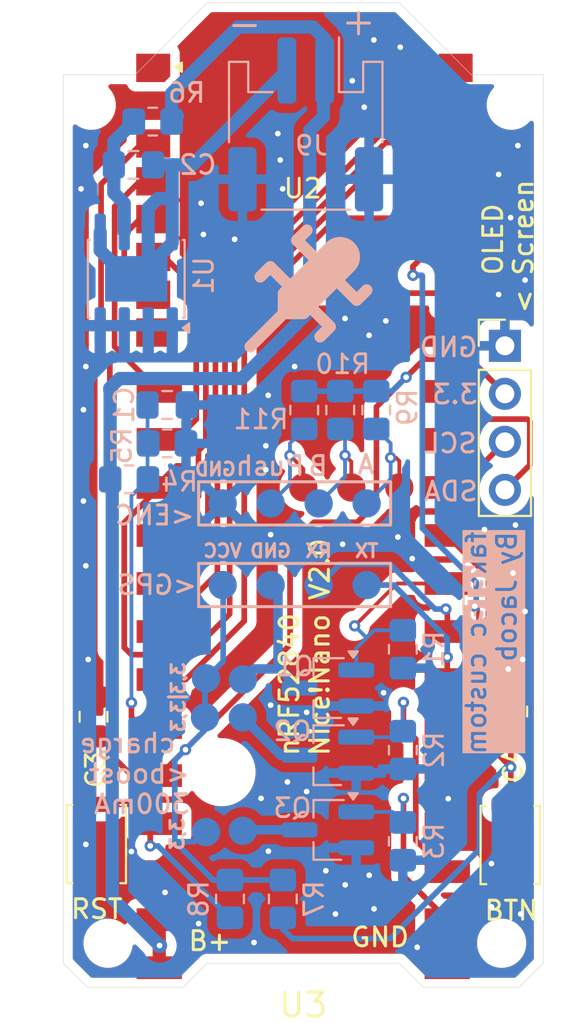
<source format=kicad_pcb>
(kicad_pcb (version 20241229) (generator "pcbnew") (generator_version "9.0")
  (layers (0 "F.Cu" signal) (2 "B.Cu" signal) (13 "F.Paste" user) (15 "B.Paste" user) (5 "F.SilkS" user "F.Silkscreen") (7 "B.SilkS" user "B.Silkscreen") (1 "F.Mask" user) (3 "B.Mask" user) (25 "Edge.Cuts" user))
  (net 0 "")
  (net 1 "/Batt%")
  (net 2 "GND")
  (net 3 "-BATT")
  (net 4 "Net-(U1-VDD)")
  (net 5 "/DIO1")
  (net 6 "/MOSI")
  (net 7 "+BATT")
  (net 8 "/MISO")
  (net 9 "/RST")
  (net 10 "/SCK")
  (net 11 "/CS")
  (net 12 "/BUSY")
  (net 13 "+3.3V")
  (net 14 "/RST_BTN")
  (net 15 "/SCL")
  (net 16 "Net-(J14-Pin_4)")
  (net 17 "/FET1")
  (net 18 "/BTN")
  (net 19 "/FET2")
  (net 20 "/RXEN")
  (net 21 "Net-(J14-Pin_3)")
  (net 22 "/FET3")
  (net 23 "/SDA")
  (net 24 "Net-(J7-Pin_1)")
  (net 25 "Net-(J8-Pin_1)")
  (net 26 "/GPS_GND")
  (net 28 "Net-(U2-DIO2)")
  (net 31 "/ENC_A")
  (net 32 "/ENC_B")
  (net 33 "/ENC_PUSH")
  (footprint "MountingHole:MountingHole_3.2mm_M3" (layer "F.Cu") (at 107.26 67.684)
    (property "Reference" "REF**" (hide yes))
    (property "Value" "MountingHole_3.2mm_M3" (hide yes))
  )
  (footprint "HeltecModule:HT-RA62" (layer "F.Cu") (at 102.643 45.43199)
    (property "Reference" "U2")
    (property "Value" "HT-RA62")
  )
  (footprint "" (layer "F.Cu") (at 101.25199 76.73102)
    (property "Reference" "")
    (property "Value" "")
  )
  (footprint "Connector_PinHeader_2.54mm:PinHeader_1x04_P2.54mm_Vertical" (layer "F.Cu") (at 122.25098 45.13101)
    (property "Reference" "J5" (hide yes))
    (property "Value" "I2C Oled screen")
  )
  (footprint "Button_Switch_SMD:SW_Push_SPST_NO_Alps_SKRK" (layer "F.Cu") (at 100.633 71.484 90)
    (property "Reference" "SW1" (hide yes))
    (property "Value" "Reset")
  )
  (footprint "" (layer "F.Cu") (at 100.36299 32.40793)
    (property "Reference" "")
    (property "Value" "")
  )
  (footprint "Button_Switch_SMD:SW_Push_SPST_NO_Alps_SKRK" (layer "F.Cu") (at 122.533 71.534 90)
    (property "Reference" "SW2" (hide yes))
    (property "Value" "SW_Push")
  )
  (footprint "Capacitor_SMD:C_0805_2012Metric_Pad1.18x1.45mm_HandSolder" (layer "F.Cu") (at 122.691 64.4765 -90)
    (property "Reference" "C4")
    (property "Value" "100nF")
  )
  (footprint "N!ce_Nano:NICE!NANO V2_2 SMD" (layer "F.Cu") (at 111.58298 62.78401 180)
    (property "Reference" "U3")
    (property "Value" "nice!nano v2")
  )
  (footprint "MountingHole:MountingHole_2.2mm_M2" (layer "F.Cu") (at 122.58803 32.40793)
    (property "Reference" "REF**" (hide yes))
    (property "Value" "MountingHole_2.2mm_M2" (hide yes))
  )
  (footprint "Capacitor_SMD:C_0805_2012Metric_Pad1.18x1.45mm_HandSolder" (layer "F.Cu") (at 100.483 64.750342 90)
    (property "Reference" "C3")
    (property "Value" "100nF")
  )
  (footprint "" (layer "F.Cu") (at 122.08003 76.73102)
    (property "Reference" "")
    (property "Value" "")
  )
  (footprint "Resistor_SMD:R_0805_2012Metric_Pad1.20x1.40mm_HandSolder" (layer "B.Cu") (at 116.849 71.34 90)
    (property "Reference" "R3")
    (property "Value" "10k" (hide yes))
  )
  (footprint "SMD_PAD:SMD_PAD_1x04" (layer "B.Cu") (at 107.315 53.467)
    (property "Reference" "J16" (hide yes))
    (property "Value" "Encoder Pads" (hide yes))
  )
  (footprint "Package_SO:SOIC-8-1EP_3.9x4.9mm_P1.27mm_EP2.41x3.3mm" (layer "B.Cu") (at 102.743 41.591 90)
    (property "Reference" "U1")
    (property "Value" "XB8089D0" (hide yes))
  )
  (footprint "SMD_PAD:SMD_PAD_1x01" (layer "B.Cu") (at 106.435 62.72)
    (property "Reference" "J11" (hide yes))
    (property "Value" "FET1 3,3" (hide yes))
  )
  (footprint "Capacitor_SMD:C_0805_2012Metric_Pad1.18x1.45mm_HandSolder" (layer "B.Cu") (at 102.5945 35.56 180)
    (property "Reference" "C2")
    (property "Value" "100nF" (hide yes))
  )
  (footprint "Resistor_SMD:R_0805_2012Metric_Pad1.20x1.40mm_HandSolder" (layer "B.Cu") (at 111.633 48.53 90)
    (property "Reference" "R11")
    (property "Value" "10k" (hide yes))
  )
  (footprint "Resistor_SMD:R_0805_2012Metric_Pad1.20x1.40mm_HandSolder" (layer "B.Cu") (at 110.499 74.388 90)
    (property "Reference" "R7")
    (property "Value" "10k" (hide yes))
  )
  (footprint "Capacitor_SMD:C_0805_2012Metric_Pad1.18x1.45mm_HandSolder" (layer "B.Cu") (at 104.378 48.26)
    (property "Reference" "C1")
    (property "Value" "100nF" (hide yes))
  )
  (footprint "Resistor_SMD:R_0805_2012Metric_Pad1.20x1.40mm_HandSolder" (layer "B.Cu") (at 116.849 66.514 90)
    (property "Reference" "R2")
    (property "Value" "10k" (hide yes))
  )
  (footprint "Resistor_SMD:R_0805_2012Metric_Pad1.20x1.40mm_HandSolder" (layer "B.Cu") (at 113.538 48.53 90)
    (property "Reference" "R10")
    (property "Value" "10k" (hide yes))
  )
  (footprint "Package_TO_SOT_SMD:SOT-23_Handsoldering" (layer "B.Cu") (at 112.883 63.234 180)
    (property "Reference" "Q1")
    (property "Value" "AO3400A" (hide yes))
  )
  (footprint "Connector_JST:JST_PH_S2B-PH-SM4-TB_1x02-1MP_P2.00mm_Horizontal" (layer "B.Cu") (at 111.712 33.422 180)
    (property "Reference" "J9")
    (property "Value" "Battery Connector" (hide yes))
  )
  (footprint "Resistor_SMD:R_0805_2012Metric_Pad1.20x1.40mm_HandSolder" (layer "B.Cu") (at 115.443 48.53 90)
    (property "Reference" "R9")
    (property "Value" "10k" (hide yes))
  )
  (footprint "Package_TO_SOT_SMD:SOT-23_Handsoldering" (layer "B.Cu") (at 112.879546 66.784 180)
    (property "Reference" "Q2")
    (property "Value" "AO3400A" (hide yes))
  )
  (footprint "SMD_PAD:SMD_PAD_1x01" (layer "B.Cu") (at 106.435 70.848)
    (property "Reference" "J13" (hide yes))
    (property "Value" "FET3 3,3" (hide yes))
  )
  (footprint "Resistor_SMD:R_0805_2012Metric_Pad1.20x1.40mm_HandSolder" (layer "B.Cu") (at 116.849 61.18 90)
    (property "Reference" "R1")
    (property "Value" "10k" (hide yes))
  )
  (footprint "SMD_PAD:SMD_PAD_1x01" (layer "B.Cu") (at 108.383 64.784 180)
    (property "Reference" "J7" (hide yes))
    (property "Value" "FET2 Drain" (hide yes))
  )
  (footprint "Resistor_SMD:R_0805_2012Metric_Pad1.20x1.40mm_HandSolder" (layer "B.Cu") (at 102.362 52.197 180)
    (property "Reference" "R4")
    (property "Value" "680K" (hide yes))
  )
  (footprint "Resistor_SMD:R_0805_2012Metric_Pad1.20x1.40mm_HandSolder" (layer "B.Cu") (at 107.705 74.388 -90)
    (property "Reference" "R8")
    (property "Value" "10k" (hide yes))
  )
  (footprint "SMD_PAD:SMD_PAD_1x04" (layer "B.Cu") (at 107.315 57.785)
    (property "Reference" "J14" (hide yes))
    (property "Value" "GPS Pins" (hide yes))
  )
  (footprint "SMD_PAD:SMD_PAD_1x01" (layer "B.Cu") (at 106.383 64.784)
    (property "Reference" "J12" (hide yes))
    (property "Value" "FET2 3,3" (hide yes))
  )
  (footprint "Package_TO_SOT_SMD:SOT-23_Handsoldering" (layer "B.Cu") (at 112.883 70.734 180)
    (property "Reference" "Q3")
    (property "Value" "AO3400A" (hide yes))
  )
  (footprint "Resistor_SMD:R_0805_2012Metric_Pad1.20x1.40mm_HandSolder" (layer "B.Cu") (at 104.378 50.292)
    (property "Reference" "R5")
    (property "Value" "1M" (hide yes))
  )
  (footprint "SMD_PAD:SMD_PAD_1x01" (layer "B.Cu") (at 108.383 70.784 180)
    (property "Reference" "J8" (hide yes))
    (property "Value" "FET3 Drain" (hide yes))
  )
  (footprint "SMD_PAD:SMD_PAD_1x01" (layer "B.Cu") (at 108.383 62.784 180)
    (property "Reference" "J6" (hide yes))
    (property "Value" "FET1 Drain" (hide yes))
  )
  (footprint "Resistor_SMD:R_0805_2012Metric_Pad1.20x1.40mm_HandSolder" (layer "B.Cu") (at 103.616 33.274)
    (property "Reference" "R6")
    (property "Value" "1k" (hide yes))
  )
  (gr_rect (start 106.045 56.642) (end 116.205 58.928) (stroke (width 0.16)) (fill no) (layer "B.SilkS"))
  (gr_poly (pts (xy 115.24462 42.171903) (xy 115.243564 42.157162) (xy 115.241803 42.142475) (xy 115.239338 42.12787) (xy 115.236168 42.113374) (xy 115.232294 42.099016) (xy 115.227716 42.084823) (xy 115.222432 42.07082) (xy 115.216445 42.057037) (xy 115.209752 42.043499) (xy 115.202355 42.030236) (xy 115.194254 42.017273) (xy 115.185448 42.004639) (xy 115.175937 41.992361) (xy 115.165722 41.980466) (xy 115.154802 41.968981) (xy 115.143314 41.958061) (xy 115.131415 41.947846) (xy 115.119134 41.938335) (xy 115.106497 41.929529) (xy 115.093532 41.921428) (xy 115.080267 41.914031) (xy 115.066728 41.907339) (xy 115.052942 41.901351) (xy 115.038938 41.896068) (xy 115.024743 41.891489) (xy 115.010384 41.887615) (xy 114.995888 41.884445) (xy 114.981282 41.88198) (xy 114.966595 41.880219) (xy 114.951853 41.879163) (xy 114.937084 41.878811) (xy 114.922315 41.879164) (xy 114.907573 41.880221) (xy 114.892886 41.881983) (xy 114.878281 41.884449) (xy 114.863785 41.887619) (xy 114.849427 41.891494) (xy 114.835232 41.896073) (xy 114.821229 41.901357) (xy 114.807445 41.907345) (xy 114.793907 41.914037) (xy 114.780642 41.921433) (xy 114.767679 41.929534) (xy 114.755044 41.93834) (xy 114.742764 41.947849) (xy 114.730867 41.958063) (xy 114.719381 41.968981) (xy 114.409348 42.279054) (xy 113.789138 41.658886) (xy 114.275134 41.17285) (xy 114.311418 41.134758) (xy 114.345576 41.095199) (xy 114.377578 41.054245) (xy 114.407394 41.011966) (xy 114.434996 40.968434) (xy 114.460352 40.923721) (xy 114.483434 40.877899) (xy 114.504213 40.831039) (xy 114.522658 40.783212) (xy 114.53874 40.73449) (xy 114.552429 40.684945) (xy 114.563697 40.634649) (xy 114.572513 40.583672) (xy 114.578848 40.532086) (xy 114.582672 40.479963) (xy 114.583956 40.427375) (xy 114.582672 40.374783) (xy 114.578849 40.322656) (xy 114.572515 40.271067) (xy 114.5637 40.220086) (xy 114.552434 40.169786) (xy 114.538745 40.120238) (xy 114.522664 40.071513) (xy 114.50422 40.023683) (xy 114.483443 39.97682) (xy 114.460361 39.930995) (xy 114.435005 39.88628) (xy 114.407403 39.842747) (xy 114.377586 39.800467) (xy 114.345582 39.759511) (xy 114.311422 39.719951) (xy 114.275134 39.681859) (xy 114.235856 39.644527) (xy 114.195162 39.609603) (xy 114.153146 39.577088) (xy 114.109904 39.546981) (xy 114.065529 39.519283) (xy 114.020115 39.493993) (xy 113.973758 39.471112) (xy 113.926551 39.450639) (xy 113.878589 39.432575) (xy 113.829967 39.416919) (xy 113.780778 39.403672) (xy 113.731117 39.392834) (xy 113.681079 39.384404) (xy 113.630758 39.378383) (xy 113.580248 39.37477) (xy 113.529643 39.373566) (xy 113.479039 39.37477) (xy 113.42853 39.378383) (xy 113.378209 39.384404) (xy 113.328172 39.392834) (xy 113.278512 39.403672) (xy 113.229325 39.416919) (xy 113.180704 39.432575) (xy 113.132743 39.450639) (xy 113.085539 39.471112) (xy 113.039184 39.493993) (xy 112.993773 39.519283) (xy 112.9494 39.546981) (xy 112.906161 39.577088) (xy 112.864149 39.609603) (xy 112.823458 39.644527) (xy 112.784184 39.681859) (xy 112.298168 40.167896) (xy 111.67796 39.547728) (xy 111.988032 39.237612) (xy 111.998954 39.226126) (xy 112.009171 39.214229) (xy 112.018684 39.201949) (xy 112.027492 39.189313) (xy 112.035595 39.17635) (xy 112.042994 39.163085) (xy 112.049688 39.149546) (xy 112.055677 39.135762) (xy 112.060962 39.121758) (xy 112.065543 39.107563) (xy 112.069418 39.093204) (xy 112.072589 39.078708) (xy 112.075056 39.064103) (xy 112.076818 39.049416) (xy 112.077875 39.034674) (xy 112.078228 39.019904) (xy 112.077876 39.005135) (xy 112.07682 38.990393) (xy 112.075059 38.975706) (xy 112.072593 38.961101) (xy 112.069423 38.946606) (xy 112.065549 38.932248) (xy 112.06097 38.918053) (xy 112.055686 38.904051) (xy 112.049698 38.890267) (xy 112.043005 38.87673) (xy 112.035608 38.863466) (xy 112.027506 38.850504) (xy 112.018699 38.837869) (xy 112.009188 38.825591) (xy 111.998973 38.813696) (xy 111.988053 38.802211) (xy 111.976567 38.79129) (xy 111.96467 38.781072) (xy 111.952391 38.77156) (xy 111.939756 38.762752) (xy 111.926793 38.754649) (xy 111.913529 38.74725) (xy 111.899992 38.740557) (xy 111.886208 38.734567) (xy 111.872206 38.729283) (xy 111.858014 38.724703) (xy 111.843656 38.720828) (xy 111.829162 38.717658) (xy 111.814558 38.715192) (xy 111.799872 38.713431) (xy 111.785132 38.712375) (xy 111.770364 38.712024) (xy 111.755596 38.712377) (xy 111.740856 38.713435) (xy 111.72617 38.715198) (xy 111.711566 38.717666) (xy 111.697072 38.720838) (xy 111.682714 38.724715) (xy 111.668521 38.729297) (xy 111.654518 38.734584) (xy 111.640735 38.740576) (xy 111.627198 38.747272) (xy 111.613934 38.754674) (xy 111.600971 38.76278) (xy 111.588336 38.771591) (xy 111.576057 38.781106) (xy 111.56416 38.791327) (xy 111.552674 38.802252) (xy 111.024869 39.330057) (xy 111.014341 39.341117) (xy 111.004417 39.352633) (xy 110.995106 39.364583) (xy 110.986419 39.376939) (xy 110.978367 39.389677) (xy 110.97096 39.402772) (xy 110.964209 39.416198) (xy 110.958123 39.42993) (xy 110.952715 39.443943) (xy 110.947993 39.458211) (xy 110.943969 39.472709) (xy 110.940654 39.487412) (xy 110.938056 39.502295) (xy 110.936188 39.517332) (xy 110.93506 39.532498) (xy 110.934681 39.547768) (xy 110.935053 39.56303) (xy 110.936176 39.578189) (xy 110.938041 39.59322) (xy 110.940636 39.608097) (xy 110.943951 39.622795) (xy 110.947975 39.637289) (xy 110.952698 39.651553) (xy 110.958108 39.665562) (xy 110.964195 39.679292) (xy 110.970949 39.692716) (xy 110.978359 39.70581) (xy 110.986413 39.718548) (xy 110.995102 39.730905) (xy 111.004415 39.742856) (xy 111.014341 39.754375) (xy 111.024869 39.765438) (xy 111.862747 40.603317) (xy 110.890695 41.575369) (xy 110.052816 40.73749) (xy 110.041328 40.726575) (xy 110.029429 40.716365) (xy 110.017148 40.706858) (xy 110.004512 40.698055) (xy 109.991547 40.689956) (xy 109.978282 40.682561) (xy 109.964744 40.67587) (xy 109.950959 40.669883) (xy 109.936956 40.6646) (xy 109.922762 40.660021) (xy 109.908403 40.656146) (xy 109.893908 40.652976) (xy 109.879304 40.650509) (xy 109.864617 40.648747) (xy 109.849876 40.647689) (xy 109.835108 40.647336) (xy 109.82034 40.647686) (xy 109.805599 40.648742) (xy 109.790913 40.650501) (xy 109.776309 40.652965) (xy 109.761814 40.656133) (xy 109.747456 40.660006) (xy 109.733262 40.664584) (xy 109.71926 40.669866) (xy 109.705477 40.675852) (xy 109.691939 40.682543) (xy 109.678675 40.689939) (xy 109.665712 40.69804) (xy 109.653077 40.706845) (xy 109.640798 40.716355) (xy 109.628901 40.72657) (xy 109.617415 40.73749) (xy 109.08961 41.265234) (xy 109.07869 41.276724) (xy 109.068474 41.288624) (xy 109.058963 41.300906) (xy 109.050156 41.313544) (xy 109.042053 41.32651) (xy 109.034655 41.339776) (xy 109.027961 41.353315) (xy 109.021971 41.3671) (xy 109.016687 41.381103) (xy 109.012106 41.395298) (xy 109.008231 41.409656) (xy 109.00506 41.424151) (xy 109.002593 41.438754) (xy 109.000831 41.453439) (xy 108.999774 41.468178) (xy 108.999422 41.482944) (xy 108.999774 41.49771) (xy 109.00083 41.512449) (xy 109.002591 41.527133) (xy 109.005056 41.541735) (xy 109.008226 41.556228) (xy 109.0121 41.570584) (xy 109.016678 41.584777) (xy 109.021961 41.598778) (xy 109.027949 41.612561) (xy 109.034641 41.626099) (xy 109.042037 41.639363) (xy 109.050138 41.652327) (xy 109.058944 41.664964) (xy 109.068454 41.677245) (xy 109.078669 41.689145) (xy 109.089589 41.700635) (xy 109.101076 41.711553) (xy 109.112972 41.721767) (xy 109.125252 41.731277) (xy 109.137888 41.740082) (xy 109.150852 41.748184) (xy 109.164117 41.755581) (xy 109.177655 41.762274) (xy 109.19144 41.768262) (xy 109.205443 41.773547) (xy 109.219638 41.778127) (xy 109.233998 41.782003) (xy 109.248493 41.785174) (xy 109.263099 41.787641) (xy 109.277786 41.789404) (xy 109.292528 41.790463) (xy 109.307297 41.790817) (xy 109.322067 41.790467) (xy 109.336808 41.789412) (xy 109.351495 41.787653) (xy 109.3661 41.785189) (xy 109.380596 41.782021) (xy 109.394954 41.778149) (xy 109.409148 41.773572) (xy 109.423151 41.768291) (xy 109.436935 41.762305) (xy 109.450472 41.755614) (xy 109.463736 41.748219) (xy 109.476698 41.74012) (xy 109.489332 41.731315) (xy 109.50161 41.721807) (xy 109.513506 41.711593) (xy 109.52499 41.700675) (xy 109.835085 41.390581) (xy 110.455274 42.01077) (xy 110.321142 42.144901) (xy 110.310614 42.155961) (xy 110.30069 42.167477) (xy 110.29138 42.179427) (xy 110.282695 42.191783) (xy 110.274644 42.204521) (xy 110.267238 42.217615) (xy 110.260488 42.231041) (xy 110.254404 42.244772) (xy 110.248996 42.258783) (xy 110.244275 42.27305) (xy 110.240252 42.287547) (xy 110.236935 42.302248) (xy 110.234337 42.317128) (xy 110.232467 42.332163) (xy 110.231336 42.347326) (xy 110.230954 42.362592) (xy 110.230975 43.2907) (xy 108.561825 44.959767) (xy 108.550905 44.97125) (xy 108.54069 44.983144) (xy 108.53118 44.995423) (xy 108.522374 45.008057) (xy 108.514273 45.02102) (xy 108.506876 45.034285) (xy 108.500185 45.047823) (xy 108.494197 45.061608) (xy 108.488914 45.075611) (xy 108.484336 45.089806) (xy 108.480462 45.104165) (xy 108.477293 45.118661) (xy 108.474827 45.133265) (xy 108.473067 45.147951) (xy 108.47201 45.162691) (xy 108.471658 45.177457) (xy 108.47201 45.192227) (xy 108.473067 45.20697) (xy 108.474827 45.221658) (xy 108.477292 45.236265) (xy 108.480461 45.250762) (xy 108.484335 45.265122) (xy 108.488913 45.279318) (xy 108.494195 45.293322) (xy 108.500181 45.307106) (xy 108.506872 45.320644) (xy 108.514266 45.333907) (xy 108.522366 45.346869) (xy 108.531169 45.359501) (xy 108.540677 45.371777) (xy 108.550889 45.383668) (xy 108.561805 45.395147) (xy 108.573294 45.406069) (xy 108.585192 45.416286) (xy 108.597474 45.425799) (xy 108.61011 45.434607) (xy 108.623075 45.44271) (xy 108.636341 45.450109) (xy 108.64988 45.456803) (xy 108.663665 45.462792) (xy 108.677669 45.468077) (xy 108.691864 45.472657) (xy 108.706224 45.476532) (xy 108.72072 45.479703) (xy 108.735325 45.482169) (xy 108.750012 45.483931) (xy 108.764754 45.484988) (xy 108.779524 45.48534) (xy 108.794293 45.484988) (xy 108.809035 45.483931) (xy 108.823722 45.482169) (xy 108.838327 45.479703) (xy 108.852822 45.476532) (xy 108.867181 45.472657) (xy 108.881375 45.468077) (xy 108.895378 45.462792) (xy 108.909162 45.456803) (xy 108.9227 45.450109) (xy 108.935965 45.44271) (xy 108.948928 45.434607) (xy 108.961564 45.425799) (xy 108.973843 45.416286) (xy 108.98574 45.406069) (xy 108.997226 45.395147) (xy 110.666335 43.726059) (xy 111.594381 43.726059) (xy 111.609647 43.725685) (xy 111.624809 43.724559) (xy 111.639842 43.722694) (xy 111.654722 43.720099) (xy 111.669421 43.716784) (xy 111.683917 43.712762) (xy 111.698182 43.708041) (xy 111.712193 43.702633) (xy 111.725924 43.696547) (xy 111.739349 43.689795) (xy 111.752443 43.682387) (xy 111.765181 43.674333) (xy 111.777539 43.665644) (xy 111.789489 43.656331) (xy 111.801009 43.646403) (xy 111.812071 43.635872) (xy 111.946244 43.501719) (xy 112.566453 44.121908) (xy 112.256358 44.431982) (xy 112.245437 44.443469) (xy 112.23522 44.455366) (xy 112.225708 44.467646) (xy 112.2169 44.480281) (xy 112.208797 44.493245) (xy 112.201399 44.50651) (xy 112.194706 44.520048) (xy 112.188717 44.533833) (xy 112.183433 44.547837) (xy 112.178853 44.562032) (xy 112.174978 44.576391) (xy 112.171808 44.590887) (xy 112.169343 44.605492) (xy 112.167582 44.620179) (xy 112.166525 44.634921) (xy 112.166173 44.64969) (xy 112.166526 44.66446) (xy 112.167583 44.679201) (xy 112.169345 44.693888) (xy 112.171812 44.708493) (xy 112.174983 44.722989) (xy 112.178858 44.737347) (xy 112.183438 44.751541) (xy 112.188723 44.765544) (xy 112.194711 44.779327) (xy 112.201405 44.792865) (xy 112.208803 44.806128) (xy 112.216905 44.819091) (xy 112.225712 44.831725) (xy 112.235223 44.844003) (xy 112.245439 44.855898) (xy 112.256358 44.867383) (xy 112.267845 44.878303) (xy 112.279742 44.888518) (xy 112.292021 44.898029) (xy 112.304657 44.906836) (xy 112.31762 44.914938) (xy 112.330884 44.922335) (xy 112.344422 44.929028) (xy 112.358206 44.935016) (xy 112.372209 44.9403) (xy 112.386404 44.944879) (xy 112.400762 44.948754) (xy 112.415257 44.951924) (xy 112.429862 44.95439) (xy 112.444549 44.956151) (xy 112.45929 44.957208) (xy 112.474059 44.95756) (xy 112.488828 44.957208) (xy 112.503569 44.956151) (xy 112.518256 44.95439) (xy 112.53286 44.951924) (xy 112.547356 44.948754) (xy 112.561714 44.944879) (xy 112.575908 44.9403) (xy 112.589911 44.935016) (xy 112.603695 44.929028) (xy 112.617233 44.922335) (xy 112.630498 44.914938) (xy 112.643461 44.906836) (xy 112.656096 44.898029) (xy 112.668376 44.888518) (xy 112.680273 44.878303) (xy 112.691759 44.867383) (xy 113.219564 44.339578) (xy 113.230092 44.328519) (xy 113.240017 44.317003) (xy 113.249327 44.305055) (xy 113.258014 44.2927) (xy 113.266066 44.279963) (xy 113.273473 44.266871) (xy 113.280225 44.253447) (xy 113.28631 44.239718) (xy 113.291718 44.225708) (xy 113.29644 44.211443) (xy 113.300464 44.196948) (xy 113.30378 44.182248) (xy 113.306377 44.167369) (xy 113.308245 44.152336) (xy 113.309374 44.137174) (xy 113.309752 44.121908) (xy 113.30937 44.106642) (xy 113.308239 44.091479) (xy 113.306369 44.076445) (xy 113.303771 44.061564) (xy 113.300455 44.046863) (xy 113.296431 44.032366) (xy 113.29171 44.018098) (xy 113.286302 44.004086) (xy 113.280218 43.990354) (xy 113.273468 43.976927) (xy 113.266062 43.963831) (xy 113.258011 43.951091) (xy 113.249326 43.938732) (xy 113.240016 43.92678) (xy 113.230092 43.91526) (xy 113.219564 43.904198) (xy 112.381685 43.066298) (xy 113.353738 42.094287) (xy 114.191637 42.932166) (xy 114.2027 42.942693) (xy 114.214219 42.952617) (xy 114.22617 42.961927) (xy 114.238527 42.970612) (xy 114.251266 42.978663) (xy 114.26436 42.986068) (xy 114.277785 42.992817) (xy 114.291515 42.998901) (xy 114.305526 43.004307) (xy 114.319792 43.009027) (xy 114.334287 43.013049) (xy 114.348987 43.016364) (xy 114.363866 43.018959) (xy 114.378899 43.020827) (xy 114.394062 43.021955) (xy 114.409327 43.022333) (xy 114.424601 43.021955) (xy 114.439769 43.020827) (xy 114.454808 43.01896) (xy 114.469692 43.016364) (xy 114.484396 43.01305) (xy 114.498894 43.009028) (xy 114.513163 43.004309) (xy 114.527175 42.998903) (xy 114.540907 42.992821) (xy 114.554334 42.986073) (xy 114.567429 42.978669) (xy 114.580168 42.970621) (xy 114.592525 42.961938) (xy 114.604477 42.95263) (xy 114.615996 42.94271) (xy 114.627059 42.932186) (xy 115.154802 42.404381) (xy 115.16572 42.392894) (xy 115.175934 42.380997) (xy 115.185444 42.368717) (xy 115.194249 42.356082) (xy 115.20235 42.343118) (xy 115.209746 42.329853) (xy 115.216439 42.316315) (xy 115.222427 42.30253) (xy 115.22771 42.288526) (xy 115.232289 42.274331) (xy 115.236164 42.259972) (xy 115.239334 42.245476) (xy 115.2418 42.230871) (xy 115.243562 42.216184) (xy 115.244619 42.201442) (xy 115.244972 42.186673)) (fill yes) (layer "B.SilkS"))
  (gr_rect (start 106.045 52.324) (end 116.205 54.61) (stroke (width 0.16)) (fill no) (layer "B.SilkS"))
  (gr_line (start 120.473 30.794) (end 124.283 30.794) (stroke (width 0.0254)) (layer "Edge.Cuts"))
  (gr_line (start 124.283 30.794) (end 124.283 77.784) (stroke (width 0.0254)) (layer "Edge.Cuts"))
  (gr_line (start 117.933 79.054) (end 116.663 77.784) (stroke (width 0.0254)) (layer "Edge.Cuts"))
  (gr_line (start 123.013 79.054) (end 117.933 79.054) (stroke (width 0.0254)) (layer "Edge.Cuts"))
  (gr_line (start 124.283 77.784) (end 123.013 79.054) (stroke (width 0.0254)) (layer "Edge.Cuts"))
  (gr_line (start 100.153 79.054) (end 98.883 77.784) (stroke (width 0.0254)) (layer "Edge.Cuts"))
  (gr_line (start 106.503 26.984) (end 116.663 26.984) (stroke (width 0.0254)) (layer "Edge.Cuts"))
  (gr_line (start 116.663 77.784) (end 106.503 77.784) (stroke (width 0.0254)) (layer "Edge.Cuts"))
  (gr_line (start 105.233 79.054) (end 100.153 79.054) (stroke (width 0.0254)) (layer "Edge.Cuts"))
  (gr_line (start 98.883 30.794) (end 102.693 30.794) (stroke (width 0.0254)) (layer "Edge.Cuts"))
  (gr_line (start 98.883 77.784) (end 98.883 30.794) (stroke (width 0.0254)) (layer "Edge.Cuts"))
  (gr_line (start 102.693 30.794) (end 106.503 26.984) (stroke (width 0.0254)) (layer "Edge.Cuts"))
  (gr_line (start 106.503 77.784) (end 105.233 79.054) (stroke (width 0.0254)) (layer "Edge.Cuts"))
  (gr_line (start 116.663 26.984) (end 120.473 30.794) (stroke (width 0.0254)) (layer "Edge.Cuts"))
  (gr_text "  OLED \n< Screen" (at 122.428 39.878 90) (layer "F.SilkS") (effects (font (size 1 1) (thickness 0.16))))
  (gr_text "B+" (at 105.419 77.198 0) (layer "F.SilkS") (effects (font (size 1 1) (thickness 0.16)) (justify left bottom)))
  (gr_text "nRF52840\nNice!Nano V2.0" (at 113.039 66.911 90) (layer "F.SilkS") (effects (font (size 1 1) (thickness 0.16)) (justify left bottom)))
  (gr_text "BTN" (at 121.083 75.584 0) (layer "F.SilkS") (effects (font (size 1 1) (thickness 0.16)) (justify left bottom)))
  (gr_text "RST" (at 99.193707 75.508262 0) (layer "F.SilkS") (effects (font (size 1 1) (thickness 0.16)) (justify left bottom)))
  (gr_text "GND" (at 114.019 76.998 0) (layer "F.SilkS") (effects (font (size 1 1) (thickness 0.16)) (justify left bottom)))
  (gr_text "3,3" (at 105.383 63.784 90) (layer "B.SilkS") (effects (font (size 0.7 0.7) (thickness 0.16)) (justify left bottom mirror)))
  (gr_text "3,3" (at 105.321957 70.027383 90) (layer "B.SilkS") (effects (font (size 0.7 0.7) (thickness 0.16)) (justify left bottom mirror)))
  (gr_text "SCL" (at 120.85 50.292 0) (layer "B.SilkS") (effects (font (size 1 1) (thickness 0.16)) (justify left mirror)))
  (gr_text "<GPS" (at 106.045 57.785 0) (layer "B.SilkS") (effects (font (size 1 1) (thickness 0.16)) (justify left mirror)))
  (gr_text "A" (at 114.904 51.996 0) (layer "B.SilkS") (effects (font (size 1 1) (thickness 0.16)) (justify bottom mirror)))
  (gr_text " charge\n<boost\n300mA" (at 105.673 69.959 0) (layer "B.SilkS") (effects (font (size 1 1) (thickness 0.16)) (justify left bottom mirror)))
  (gr_text "3,3" (at 105.383 61.784 90) (layer "B.SilkS") (effects (font (size 0.7 0.7) (thickness 0.16)) (justify left bottom mirror)))
  (gr_text "+" (at 113.472 28.822 0) (layer "B.SilkS") (effects (font (size 1.5 1.5) (thickness 0.16) (bold yes)) (justify left bottom)))
  (gr_text "fakeTec custom\nBy Jacob" (at 122.936 54.864 90) (layer "B.SilkS" knockout) (effects (font (size 1 1) (thickness 0.16)) (justify left bottom mirror)))
  (gr_text "TX" (at 114.935 56.388 0) (layer "B.SilkS") (effects (font (size 0.7 0.7) (thickness 0.16)) (justify bottom mirror)))
  (gr_text "|" (at 105.302794 63.263059 90) (layer "B.SilkS") (effects (font (size 0.7 0.7) (thickness 0.16)) (justify left bottom mirror)))
  (gr_text "<ENC" (at 105.918 54.102 0) (layer "B.SilkS") (effects (font (size 1 1) (thickness 0.16)) (justify left mirror)))
  (gr_text "RX" (at 112.395 56.388 0) (layer "B.SilkS") (effects (font (size 0.7 0.7) (thickness 0.16)) (justify bottom mirror)))
  (gr_text "GND" (at 109.855 56.388 0) (layer "B.SilkS") (effects (font (size 0.7 0.7) (thickness 0.16)) (justify bottom mirror)))
  (gr_text "GND\n" (at 120.9 45.212 0) (layer "B.SilkS") (effects (font (size 1 1) (thickness 0.16)) (justify left mirror)))
  (gr_text "3.3" (at 120.904 47.7 0) (layer "B.SilkS") (effects (font (size 1 1) (thickness 0.16)) (justify left mirror)))
  (gr_text "Push\n" (at 109.822 52.07 0) (layer "B.SilkS") (effects (font (size 1 1) (thickness 0.16)) (justify bottom mirror)))
  (gr_text "VCC\n" (at 107.315 56.388 0) (layer "B.SilkS") (effects (font (size 0.7 0.7) (thickness 0.16)) (justify bottom mirror)))
  (gr_text "GND" (at 106.934 52.07 0) (layer "B.SilkS") (effects (font (size 0.7 0.7) (thickness 0.16)) (justify bottom mirror)))
  (gr_text "B" (at 112.362 52.07 0) (layer "B.SilkS") (effects (font (size 1 1) (thickness 0.16)) (justify bottom mirror)))
  (gr_text "SDA" (at 120.904 52.832 0) (layer "B.SilkS") (effects (font (size 1 1) (thickness 0.16)) (justify left mirror)))
  (gr_text "-" (at 107.442 28.956 0) (layer "B.SilkS") (effects (font (size 1.5 1.5) (thickness 0.16) (bold yes)) (justify left bottom)))
  (segment (start 102.489 64.008) (end 102.489 64.77) (width 0.3) (layer "F.Cu") (net 1))
  (segment (start 102.489 64.77) (end 103.04301 65.32401) (width 0.3) (layer "F.Cu") (net 1))
  (segment (start 103.04301 65.32401) (end 103.96298 65.32401) (width 0.3) (layer "F.Cu") (net 1))
  (via (at 102.489 64.008) (size 0.6) (drill 0.3) (layers "F.Cu" "B.Cu") (net 1))
  (segment (start 103.3405 48.26) (end 103.3405 52.1755) (width 0.2) (layer "B.Cu") (net 1))
  (segment (start 102.489 53.07) (end 103.362 52.197) (width 0.2) (layer "B.Cu") (net 1))
  (segment (start 102.489 64.008) (end 102.489 53.07) (width 0.2) (layer "B.Cu") (net 1))
  (segment (start 103.3405 52.1755) (end 103.362 52.197) (width 0.2) (layer "B.Cu") (net 1))
  (via (at 110.744 68.199) (size 0.6) (drill 0.3) (layers "F.Cu" "B.Cu") (net 2))
  (via (at 115.316 28.956) (size 0.6) (drill 0.3) (layers "F.Cu" "B.Cu") (net 2))
  (via (at 119.253 69.088) (size 0.6) (drill 0.3) (layers "F.Cu" "B.Cu") (net 2))
  (via (at 114.173 31.115) (size 0.6) (drill 0.3) (layers "F.Cu" "B.Cu") (net 2))
  (via (at 99.949 53.34) (size 0.6) (drill 0.3) (layers "F.Cu" "B.Cu") (net 2))
  (via (at 110.363 35.306) (size 0.6) (drill 0.3) (layers "F.Cu" "B.Cu") (net 2))
  (via (at 122.682 57.15) (size 0.6) (drill 0.3) (layers "F.Cu" "B.Cu") (net 2))
  (via (at 123.317 41.656) (size 0.6) (drill 0.3) (layers "F.Cu" "B.Cu") (net 2))
  (via (at 115.325 74.912) (size 0.6) (drill 0.3) (layers "F.Cu" "B.Cu") (net 2))
  (via (at 113.284 75.184) (size 0.6) (drill 0.3) (layers "F.Cu" "B.Cu") (net 2))
  (via (at 110.236 33.909) (size 0.6) (drill 0.3) (layers "F.Cu" "B.Cu") (net 2))
  (via (at 115.833 63.482) (size 0.6) (drill 0.3) (layers "F.Cu" "B.Cu") (net 2))
  (via (at 116.713 29.337) (size 0.6) (drill 0.3) (layers "F.Cu" "B.Cu") (net 2))
  (via (at 112.776 72.898) (size 0.6) (drill 0.3) (layers "F.Cu" "B.Cu") (net 2))
  (via (at 111.125 46.228) (size 0.6) (drill 0.3) (layers "F.Cu" "B.Cu") (net 2))
  (via (at 122.555 38.354) (size 0.6) (drill 0.3) (layers "F.Cu" "B.Cu") (net 2))
  (via (at 100.076 71.501) (size 0.6) (drill 0.3) (layers "F.Cu" "B.Cu") (net 2))
  (via (at 114.808 32.512) (size 0.6) (drill 0.3) (layers "F.Cu" "B.Cu") (net 2))
  (via (at 123.317 59.182) (size 0.6) (drill 0.3) (layers "F.Cu" "B.Cu") (net 2))
  (via (at 108.975 76.69) (size 0.6) (drill 0.3) (layers "F.Cu" "B.Cu") (net 2))
  (via (at 110.49 36.83) (size 0.6) (drill 0.3) (layers "F.Cu" "B.Cu") (net 2))
  (via (at 117.611 76.944) (size 0.6) (drill 0.3) (layers "F.Cu" "B.Cu") (net 2))
  (via (at 121.167 54.846) (size 0.6) (drill 0.3) (layers "F.Cu" "B.Cu") (net 2))
  (via (at 121.539 74.803) (size 0.6) (drill 0.3) (layers "F.Cu" "B.Cu") (net 2))
  (via (at 109.601 50.419) (size 0.6) (drill 0.3) (layers "F.Cu" "B.Cu") (net 2))
  (via (at 109.855 64.135) (size 0.6) (drill 0.3) (layers "F.Cu" "B.Cu") (net 2))
  (via (at 106.172 37.592) (size 0.6) (drill 0.3) (layers "F.Cu" "B.Cu") (net 2))
  (via (at 123.19 61.722) (size 0.6) (drill 0.3) (layers "F.Cu" "B.Cu") (net 2))
  (via (at 106.299 39.243) (size 0.6) (drill 0.3) (layers "F.Cu" "B.Cu") (net 2))
  (via (at 107.95 39.497) (size 0.6) (drill 0.3) (layers "F.Cu" "B.Cu") (net 2))
  (via (at 104.267 74.041) (size 0.6) (drill 0.3) (layers "F.Cu" "B.Cu") (net 2))
  (via (at 122.936 34.544) (size 0.6) (drill 0.3) (layers "F.Cu" "B.Cu") (net 2))
  (via (at 113.665 55.626) (size 0.6) (drill 0.3) (layers "F.Cu" "B.Cu") (net 2))
  (via (at 109.347 69.07) (size 0.6) (drill 0.3) (layers "F.Cu" "B.Cu") (net 2))
  (via (at 100.076 34.544) (size 0.6) (drill 0.3) (layers "F.Cu" "B.Cu") (net 2))
  (via (at 121.92 36.068) (size 0.6) (drill 0.3) (layers "F.Cu" "B.Cu") (net 2))
  (via (at 99.822 36.83) (size 0.6) (drill 0.3) (layers "F.Cu" "B.Cu") (net 2))
  (via (at 100.076 56.769) (size 0.6) (drill 0.3) (layers "F.Cu" "B.Cu") (net 2))
  (via (at 109.601 51.689) (size 0.6) (drill 0.3) (layers "F.Cu" "B.Cu") (net 2))
  (via (at 115.071 73.134) (size 0.6) (drill 0.3) (layers "F.Cu" "B.Cu") (net 2))
  (via (at 122.809 54.61) (size 0.6) (drill 0.3) (layers "F.Cu" "B.Cu") (net 2))
  (via (at 111.76 68.707) (size 0.6) (drill 0.3) (layers "F.Cu" "B.Cu") (net 2))
  (via (at 111.76 64.516) (size 0.6) (drill 0.3) (layers "F.Cu" "B.Cu") (net 2))
  (via (at 121.539 72.517) (size 0.6) (drill 0.3) (layers "F.Cu" "B.Cu") (net 2))
  (via (at 100.076 46.228) (size 0.6) (drill 0.3) (layers "F.Cu" "B.Cu") (net 2))
  (via (at 109.728 47.752) (size 0.6) (drill 0.3) (layers "F.Cu" "B.Cu") (net 2))
  (via (at 115.951 43.815) (size 0.6) (drill 0.3) (layers "F.Cu" "B.Cu") (net 2))
  (via (at 113.801 73.642) (size 0.6) (drill 0.3) (layers "F.Cu" "B.Cu") (net 2))
  (via (at 102.489 71.882) (size 0.6) (drill 0.3) (layers "F.Cu" "B.Cu") (net 2))
  (via (at 106.045 75.692) (size 0.6) (drill 0.3) (layers "F.Cu" "B.Cu") (net 2))
  (via (at 99.949 48.514) (size 0.6) (drill 0.3) (layers "F.Cu" "B.Cu") (net 2))
  (via (at 109.855 55.118) (size 0.6) (drill 0.3) (layers "F.Cu" "B.Cu") (net 2))
  (via (at 121.92 42.418) (size 0.6) (drill 0.3) (layers "F.Cu" "B.Cu") (net 2))
  (via (at 123.083 75.184) (size 0.6) (drill 0.3) (layers "F.Cu" "B.Cu") (net 2))
  (via (at 113.792 43.688) (size 0.6) (drill 0.3) (layers "F.Cu" "B.Cu") (net 2))
  (via (at 117.348 56.388) (size 0.6) (drill 0.3) (layers "F.Cu" "B.Cu") (net 2))
  (via (at 109.737 71.864) (size 0.6) (drill 0.3) (layers "F.Cu" "B.Cu") (net 2))
  (via (at 116.586 55.245) (size 0.6) (drill 0.3) (layers "F.Cu" "B.Cu") (net 2))
  (via (at 100.203 61.722) (size 0.6) (drill 0.3) (layers "F.Cu" "B.Cu") (net 2))
  (via (at 122.428 62.23) (size 0.6) (drill 0.3) (layers "F.Cu" "B.Cu") (net 2))
  (via (at 115.062 44.577) (size 0.6) (drill 0.3) (layers "F.Cu" "B.Cu") (net 2))
  (segment (start 104.648 37.338) (end 104.648 35.56) (width 0.7) (layer "B.Cu") (net 3))
  (segment (start 103.378 37.846) (end 103.886 37.338) (width 0.7) (layer "B.Cu") (net 3))
  (segment (start 100.838 40.090999) (end 102.338001 41.591) (width 0.7) (layer "B.Cu") (net 3))
  (segment (start 104.648 39.686) (end 102.743 41.591) (width 0.7) (layer "B.Cu") (net 3))
  (segment (start 102.743 41.591) (end 103.378 40.956) (width 0.7) (layer "B.Cu") (net 3))
  (segment (start 104.648 39.116) (end 104.648 39.686) (width 0.7) (layer "B.Cu") (net 3))
  (segment (start 103.886 37.338) (end 104.648 37.338) (width 0.7) (layer "B.Cu") (net 3))
  (segment (start 110.712 30.572) (end 105.724 35.56) (width 0.7) (layer "B.Cu") (net 3))
  (segment (start 104.648 35.56) (end 103.632 35.56) (width 0.7) (layer "B.Cu") (net 3))
  (segment (start 103.378 39.116) (end 103.378 37.846) (width 0.7) (layer "B.Cu") (net 3))
  (segment (start 103.378 40.956) (end 103.378 39.116) (width 0.7) (layer "B.Cu") (net 3))
  (segment (start 102.338001 41.591) (end 102.743 41.591) (width 0.7) (layer "B.Cu") (net 3))
  (segment (start 100.838 39.116) (end 100.838 40.090999) (width 0.7) (layer "B.Cu") (net 3))
  (segment (start 104.648 39.116) (end 104.648 37.338) (width 0.7) (layer "B.Cu") (net 3))
  (segment (start 105.724 35.56) (end 104.648 35.56) (width 0.7) (layer "B.Cu") (net 3))
  (segment (start 102.108 39.116) (end 102.108 37.592) (width 0.7) (layer "B.Cu") (net 4))
  (segment (start 101.557 37.041) (end 101.557 35.56) (width 0.7) (layer "B.Cu") (net 4))
  (segment (start 101.557 35.56) (end 101.557 34.333) (width 0.7) (layer "B.Cu") (net 4))
  (segment (start 102.108 37.592) (end 101.557 37.041) (width 0.7) (layer "B.Cu") (net 4))
  (segment (start 101.557 34.333) (end 102.616 33.274) (width 0.7) (layer "B.Cu") (net 4))
  (segment (start 103.583 40.384) (end 104.183 40.384) (width 0.3) (layer "F.Cu") (net 5))
  (segment (start 104.85599 50.08401) (end 103.96298 50.08401) (width 0.3) (layer "F.Cu") (net 5))
  (segment (start 105.918 42.119) (end 105.918 49.022) (width 0.3) (layer "F.Cu") (net 5))
  (segment (start 105.918 49.022) (end 104.85599 50.08401) (width 0.3) (layer "F.Cu") (net 5))
  (segment (start 104.183 40.384) (end 105.918 42.119) (width 0.3) (layer "F.Cu") (net 5))
  (segment (start 106.934 43.390106) (end 115.940106 34.384) (width 0.3) (layer "F.Cu") (net 6))
  (segment (start 115.940106 34.384) (end 119.583 34.384) (width 0.3) (layer "F.Cu") (net 6))
  (segment (start 103.96298 57.70401) (end 106.536553 55.130437) (width 0.3) (layer "F.Cu") (net 6))
  (segment (start 106.934 50.546) (end 106.934 43.390106) (width 0.3) (layer "F.Cu") (net 6))
  (segment (start 106.536553 55.130437) (end 106.536553 50.943447) (width 0.3) (layer "F.Cu") (net 6))
  (segment (start 106.536553 50.943447) (end 106.934 50.546) (width 0.3) (layer "F.Cu") (net 6))
  (segment (start 103.95968 75.48731) (end 103.96298 75.48401) (width 0.7) (layer "F.Cu") (net 7))
  (segment (start 104.073 77.91399) (end 103.96298 78.02401) (width 0.3) (layer "F.Cu") (net 7))
  (segment (start 103.95968 78.02401) (end 103.95968 75.48731) (width 0.7) (layer "F.Cu") (net 7))
  (via (at 103.9795 76.8505) (size 0.8) (drill 0.3) (layers "F.Cu" "B.Cu") (net 7))
  (segment (start 104.616 33.274) (end 104.616 31.782) (width 0.7) (layer "B.Cu") (net 7))
  (segment (start 112.091 28.271) (end 112.712 28.892) (width 0.7) (layer "B.Cu") (net 7))
  (segment (start 104.616 31.782) (end 108.127 28.271) (width 0.7) (layer "B.Cu") (net 7))
  (segment (start 101.362 52.197) (end 101.473 52.308) (width 0.7) (layer "B.Cu") (net 7))
  (segment (start 101.473 52.308) (end 101.473 74.344) (width 0.7) (layer "B.Cu") (net 7))
  (segment (start 111.925 33.744) (end 112.649 33.02) (width 0.7) (layer "B.Cu") (net 7))
  (segment (start 108.331 46.863) (end 111.925 43.269) (width 0.7) (layer "B.Cu") (net 7))
  (segment (start 101.362 47.514) (end 101.346 47.498) (width 0.7) (layer "B.Cu") (net 7))
  (segment (start 111.925 43.269) (end 111.925 33.744) (width 0.7) (layer "B.Cu") (net 7))
  (segment (start 104.616 33.274) (end 104.927 32.963) (width 0.7) (layer "B.Cu") (net 7))
  (segment (start 101.346 47.371) (end 101.854 46.863) (width 0.7) (layer "B.Cu") (net 7))
  (segment (start 101.473 74.344) (end 103.9795 76.8505) (width 0.7) (layer "B.Cu") (net 7))
  (segment (start 112.649 33.02) (end 112.649 30.635) (width 0.7) (layer "B.Cu") (net 7))
  (segment (start 108.127 28.271) (end 112.091 28.271) (width 0.7) (layer "B.Cu") (net 7))
  (segment (start 101.362 52.197) (end 101.362 47.514) (width 0.7) (layer "B.Cu") (net 7))
  (segment (start 101.346 47.498) (end 101.346 47.371) (width 0.7) (layer "B.Cu") (net 7))
  (segment (start 112.649 30.635) (end 112.712 30.572) (width 0.7) (layer "B.Cu") (net 7))
  (segment (start 101.854 46.863) (end 108.331 46.863) (width 0.7) (layer "B.Cu") (net 7))
  (segment (start 112.712 28.892) (end 112.712 30.572) (width 0.7) (layer "B.Cu") (net 7))
  (segment (start 112.744 31.528) (end 112.744 29.464) (width 0.7) (layer "B.Cu") (net 7))
  (segment (start 114.647212 36.384) (end 119.583 36.384) (width 0.3) (layer "F.Cu") (net 8))
  (segment (start 107.036553 57.170437) (end 107.036553 51.205447) (width 0.3) (layer "F.Cu") (net 8))
  (segment (start 107.036553 51.205447) (end 107.442 50.8) (width 0.3) (layer "F.Cu") (net 8))
  (segment (start 107.442 50.8) (end 107.442 43.589212) (width 0.3) (layer "F.Cu") (net 8))
  (segment (start 103.96298 60.24401) (end 107.036553 57.170437) (width 0.3) (layer "F.Cu") (net 8))
  (segment (start 107.442 43.589212) (end 114.647212 36.384) (width 0.3) (layer "F.Cu") (net 8))
  (segment (start 101.6 45.18103) (end 103.96298 47.54401) (width 0.3) (layer "F.Cu") (net 9))
  (segment (start 101.6 37.767) (end 101.6 45.18103) (width 0.3) (layer "F.Cu") (net 9))
  (segment (start 103.583 36.384) (end 102.983 36.384) (width 0.3) (layer "F.Cu") (net 9))
  (segment (start 102.983 36.384) (end 101.6 37.767) (width 0.3) (layer "F.Cu") (net 9))
  (segment (start 105.537 61.468) (end 102.489 61.468) (width 0.3) (layer "F.Cu") (net 10))
  (segment (start 105.386553 51.484) (end 104.883 51.484) (width 0.3) (layer "F.Cu") (net 10))
  (segment (start 119.583 38.384) (end 113.354318 38.384) (width 0.3) (layer "F.Cu") (net 10))
  (segment (start 102.108 61.087) (end 102.108 54.47899) (width 0.3) (layer "F.Cu") (net 10))
  (segment (start 107.95 51.220553) (end 107.686553 51.484) (width 0.3) (layer "F.Cu") (net 10))
  (segment (start 113.354318 38.384) (end 107.95 43.788318) (width 0.3) (layer "F.Cu") (net 10))
  (segment (start 107.95 43.788318) (end 107.95 51.220553) (width 0.3) (layer "F.Cu") (net 10))
  (segment (start 102.108 54.47899) (end 103.96298 52.62401) (width 0.3) (layer "F.Cu") (net 10))
  (segment (start 107.686553 51.484) (end 107.686553 59.318447) (width 0.3) (layer "F.Cu") (net 10))
  (segment (start 102.489 61.468) (end 102.108 61.087) (width 0.3) (layer "F.Cu") (net 10))
  (segment (start 103.96298 52.40402) (end 103.96298 52.62401) (width 0.3) (layer "F.Cu") (net 10))
  (segment (start 104.883 51.484) (end 103.96298 52.40402) (width 0.3) (layer "F.Cu") (net 10))
  (segment (start 107.686553 59.318447) (end 105.537 61.468) (width 0.3) (layer "F.Cu") (net 10))
  (segment (start 119.583 32.384) (end 118.983 32.384) (width 0.2) (layer "F.Cu") (net 11))
  (segment (start 103.96298 55.16401) (end 106.036553 53.090437) (width 0.3) (layer "F.Cu") (net 11))
  (segment (start 106.426 43.190999) (end 117.232999 32.384) (width 0.3) (layer "F.Cu") (net 11))
  (segment (start 106.426 50.292) (end 106.426 43.190999) (width 0.3) (layer "F.Cu") (net 11))
  (segment (start 106.036553 50.681447) (end 106.426 50.292) (width 0.3) (layer "F.Cu") (net 11))
  (segment (start 106.036553 53.090437) (end 106.036553 50.681447) (width 0.3) (layer "F.Cu") (net 11))
  (segment (start 117.232999 32.384) (end 119.583 32.384) (width 0.3) (layer "F.Cu") (net 11))
  (segment (start 110.097212 42.348212) (end 119.547212 42.348212) (width 0.3) (layer "F.Cu") (net 12))
  (segment (start 108.458 59.69) (end 108.458 43.987424) (width 0.3) (layer "F.Cu") (net 12))
  (segment (start 119.547212 42.348212) (end 119.583 42.384) (width 0.3) (layer "F.Cu") (net 12))
  (segment (start 108.458 43.987424) (end 110.097212 42.348212) (width 0.3) (layer "F.Cu") (net 12))
  (segment (start 103.96298 62.78401) (end 105.36399 62.78401) (width 0.3) (layer "F.Cu") (net 12))
  (segment (start 105.36399 62.78401) (end 108.458 59.69) (width 0.3) (layer "F.Cu") (net 12))
  (segment (start 102.51301 67.86401) (end 103.96298 67.86401) (width 0.3) (layer "F.Cu") (net 13))
  (segment (start 115.452 48.365) (end 117.024 46.793) (width 0.3) (layer "F.Cu") (net 13))
  (segment (start 100.883 45.511) (end 101.346 45.974) (width 0.3) (layer "F.Cu") (net 13))
  (segment (start 110.883 55.732) (end 112.15 54.465) (width 0.3) (layer "F.Cu") (net 13))
  (segment (start 103.96298 67.86401) (end 110.883 60.94399) (width 0.3) (layer "F.Cu") (net 13))
  (segment (start 103.083 34.384) (end 100.883 36.584) (width 0.3) (layer "F.Cu") (net 13))
  (segment (start 101.659 61.527) (end 101.659 67.01) (width 0.3) (layer "F.Cu") (net 13))
  (segment (start 100.883 36.584) (end 100.883 45.511) (width 0.3) (layer "F.Cu") (net 13))
  (segment (start 117.983 45.834) (end 120.41397 45.834) (width 0.3) (layer "F.Cu") (net 13))
  (segment (start 101.346 45.974) (end 101.346 61.214) (width 0.3) (layer "F.Cu") (net 13))
  (segment (start 120.41397 45.834) (end 122.25098 47.67101) (width 0.3) (layer "F.Cu") (net 13))
  (segment (start 110.883 60.94399) (end 110.883 55.732) (width 0.3) (layer "F.Cu") (net 13))
  (segment (start 112.15 54.465) (end 114.436 54.465) (width 0.3) (layer "F.Cu") (net 13))
  (segment (start 114.436 54.465) (end 115.452 53.449) (width 0.3) (layer "F.Cu") (net 13))
  (segment (start 101.346 61.214) (end 101.659 61.527) (width 0.3) (layer "F.Cu") (net 13))
  (segment (start 103.583 34.384) (end 103.083 34.384) (width 0.3) (layer "F.Cu") (net 13))
  (segment (start 115.452 53.449) (end 115.452 48.365) (width 0.3) (layer "F.Cu") (net 13))
  (segment (start 101.659 67.01) (end 102.51301 67.86401) (width 0.3) (layer "F.Cu") (net 13))
  (segment (start 117.024 46.793) (end 117.983 45.834) (width 0.3) (layer "F.Cu") (net 13))
  (via (at 117.024 46.793) (size 0.6) (drill 0.3) (layers "F.Cu" "B.Cu") (net 13))
  (via (at 105.348439 66.494629) (size 0.6) (drill 0.3) (layers "F.Cu" "B.Cu") (net 13))
  (segment (start 105.348439 66.494629) (end 105.332361 66.494629) (width 0.3) (layer "B.Cu") (net 13))
  (segment (start 116.287 47.53) (end 117.024 46.793) (width 0.3) (layer "B.Cu") (net 13))
  (segment (start 105.348439 66.494629) (end 105.348439 66.478551) (width 0.3) (layer "B.Cu") (net 13))
  (segment (start 107.343 61.824) (end 106.383 62.784) (width 0.3) (layer "B.Cu") (net 13))
  (segment (start 104.783 67.04399) (end 104.783 71.359) (width 0.3) (layer "B.Cu") (net 13))
  (segment (start 105.808 71.359) (end 106.383 70.784) (width 0.3) (layer "B.Cu") (net 13))
  (segment (start 105.348439 66.478551) (end 106.383 65.44399) (width 0.3) (layer "B.Cu") (net 13))
  (segment (start 111.633 47.53) (end 116.287 47.53) (width 0.3) (layer "B.Cu") (net 13))
  (segment (start 104.783 71.359) (end 105.808 71.359) (width 0.3) (layer "B.Cu") (net 13))
  (segment (start 105.332361 66.494629) (end 104.783 67.04399) (width 0.3) (layer "B.Cu") (net 13))
  (segment (start 107.343 57.784) (end 107.343 61.824) (width 0.3) (layer "B.Cu") (net 13))
  (segment (start 110.283 73.384) (end 107.683 73.384) (width 0.3) (layer "B.Cu") (net 13))
  (segment (start 107.683 73.384) (end 106.808 73.384) (width 0.3) (layer "B.Cu") (net 13))
  (segment (start 106.808 73.384) (end 104.783 71.359) (width 0.3) (layer "B.Cu") (net 13))
  (segment (start 106.383 64.784) (end 106.383 62.784) (width 0.3) (layer "B.Cu") (net 13))
  (segment (start 106.383 65.44399) (end 106.383 64.784) (width 0.3) (layer "B.Cu") (net 13))
  (segment (start 103.483 71.584) (end 103.483 70.88399) (width 0.3) (layer "F.Cu") (net 14))
  (segment (start 100.633 69.384) (end 100.483 69.234) (width 0.3) (layer "F.Cu") (net 14))
  (segment (start 103.96298 70.40401) (end 102.94297 69.384) (width 0.3) (layer "F.Cu") (net 14))
  (segment (start 100.483 69.234) (end 100.483 65.784) (width 0.3) (layer "F.Cu") (net 14))
  (segment (start 102.94297 69.384) (end 100.633 69.384) (width 0.3) (layer "F.Cu") (net 14))
  (segment (start 103.483 70.88399) (end 103.96298 70.40401) (width 0.3) (layer "F.Cu") (net 14))
  (via (at 103.483 71.584) (size 0.6) (drill 0.3) (layers "F.Cu" "B.Cu") (net 14))
  (segment (start 103.901 71.584) (end 107.705 75.388) (width 0.3) (layer "B.Cu") (net 14))
  (segment (start 103.483 71.584) (end 103.901 71.584) (width 0.3) (layer "B.Cu") (net 14))
  (segment (start 119.83798 52.62401) (end 122.25098 50.21101) (width 0.3) (layer "F.Cu") (net 15))
  (segment (start 119.20298 52.62401) (end 119.83798 52.62401) (width 0.2) (layer "F.Cu") (net 15))
  (segment (start 119.19967 61.595) (end 119.19967 62.7807) (width 0.3) (layer "F.Cu") (net 16))
  (segment (start 119.19967 62.7807) (end 119.20298 62.78401) (width 0.3) (layer "F.Cu") (net 16))
  (via (at 119.19967 61.595) (size 0.6) (drill 0.3) (layers "F.Cu" "B.Cu") (net 16))
  (segment (start 119.19967 60.6188) (end 116.36487 57.784) (width 0.3) (layer "B.Cu") (net 16))
  (segment (start 116.36487 57.784) (end 114.963 57.784) (width 0.3) (layer "B.Cu") (net 16))
  (segment (start 119.19967 61.595) (end 119.19967 60.6188) (width 0.3) (layer "B.Cu") (net 16))
  (segment (start 116.53999 57.70401) (end 119.20298 57.70401) (width 0.2) (layer "F.Cu") (net 17))
  (segment (start 114.3 59.944) (end 116.53999 57.70401) (width 0.2) (layer "F.Cu") (net 17))
  (via (at 114.3 59.944) (size 0.6) (drill 0.3) (layers "F.Cu" "B.Cu") (net 17))
  (segment (start 114.383 61.131) (end 114.383 62.284) (width 0.2) (layer "B.Cu") (net 17))
  (segment (start 114.935 60.579) (end 114.383 61.131) (width 0.2) (layer "B.Cu") (net 17))
  (segment (start 115.334 60.18) (end 114.935 60.579) (width 0.2) (layer "B.Cu") (net 17))
  (segment (start 116.849 60.18) (end 115.334 60.18) (width 0.2) (layer "B.Cu") (net 17))
  (segment (start 114.3 59.944) (end 114.935 60.579) (width 0.2) (layer "B.Cu") (net 17))
  (segment (start 122.564 67.419) (end 122.564 65.641) (width 0.3) (layer "F.Cu") (net 18))
  (segment (start 121.383 66.238) (end 121.383 57.34734) (width 0.3) (layer "F.Cu") (net 18))
  (segment (start 121.383 57.34734) (end 119.19967 55.16401) (width 0.3) (layer "F.Cu") (net 18))
  (segment (start 122.564 65.641) (end 122.691 65.514) (width 0.3) (layer "F.Cu") (net 18))
  (segment (start 122.564 67.419) (end 121.383 66.238) (width 0.3) (layer "F.Cu") (net 18))
  (segment (start 122.533 69.434) (end 122.564 69.403) (width 0.3) (layer "F.Cu") (net 18))
  (segment (start 122.564 69.403) (end 122.564 67.419) (width 0.3) (layer "F.Cu") (net 18))
  (via (at 122.564 67.419) (size 0.6) (drill 0.3) (layers "F.Cu" "B.Cu") (net 18))
  (segment (start 111.007 76.484) (end 110.499 75.976) (width 0.3) (layer "B.Cu") (net 18))
  (segment (start 110.499 75.976) (end 110.499 75.388) (width 0.3) (layer "B.Cu") (net 18))
  (segment (start 120.899672 68.829328) (end 120.899672 71.767328) (width 0.3) (layer "B.Cu") (net 18))
  (segment (start 116.183 76.484) (end 111.007 76.484) (width 0.3) (layer "B.Cu") (net 18))
  (segment (start 122.31 67.419) (end 120.899672 68.829328) (width 0.3) (layer "B.Cu") (net 18))
  (segment (start 120.899672 71.767328) (end 116.183 76.484) (width 0.3) (layer "B.Cu") (net 18))
  (segment (start 122.564 67.419) (end 122.31 67.419) (width 0.3) (layer "B.Cu") (net 18))
  (segment (start 116.883 65.284) (end 117.534 65.935) (width 0.3) (layer "F.Cu") (net 19))
  (segment (start 116.883 63.99) (end 116.883 65.284) (width 0.3) (layer "F.Cu") (net 19))
  (segment (start 117.534 71.27834) (end 119.19967 72.94401) (width 0.3) (layer "F.Cu") (net 19))
  (segment (start 117.534 65.935) (end 117.534 71.27834) (width 0.3) (layer "F.Cu") (net 19))
  (via (at 116.883 63.99) (size 0.6) (drill 0.3) (layers "F.Cu" "B.Cu") (net 19))
  (segment (start 116.529 65.834) (end 116.849 65.514) (width 0.2) (layer "B.Cu") (net 19))
  (segment (start 116.849 65.514) (end 116.849 64.024) (width 0.2) (layer "B.Cu") (net 19))
  (segment (start 116.849 64.024) (end 116.883 63.99) (width 0.2) (layer "B.Cu") (net 19))
  (segment (start 114.379546 65.834) (end 116.529 65.834) (width 0.2) (layer "B.Cu") (net 19))
  (segment (start 117.3855 41.402) (end 117.3855 40.9315) (width 0.3) (layer "F.Cu") (net 20))
  (segment (start 117.3855 40.9365) (end 117.383 40.934) (width 0.3) (layer "F.Cu") (net 20))
  (segment (start 117.933 40.384) (end 119.583 40.384) (width 0.3) (layer "F.Cu") (net 20))
  (segment (start 117.3855 40.9315) (end 117.933 40.384) (width 0.3) (layer "F.Cu") (net 20))
  (segment (start 120.882 59.26) (end 120.882 64.529) (width 0.3) (layer "F.Cu") (net 20))
  (segment (start 120.659 58.91) (end 120.659 59.037) (width 0.3) (layer "F.Cu") (net 20))
  (segment (start 120.659 59.037) (end 120.882 59.26) (width 0.3) (layer "F.Cu") (net 20))
  (segment (start 117.3855 41.402) (end 117.3855 40.9365) (width 0.3) (layer "F.Cu") (net 20))
  (segment (start 120.08699 65.32401) (end 119.19967 65.32401) (width 0.3) (layer "F.Cu") (net 20))
  (segment (start 120.882 64.529) (end 120.08699 65.32401) (width 0.3) (layer "F.Cu") (net 20))
  (via (at 117.3855 41.402) (size 0.6) (drill 0.3) (layers "F.Cu" "B.Cu") (net 20))
  (via (at 120.659 58.91) (size 0.6) (drill 0.3) (layers "F.Cu" "B.Cu") (net 20))
  (segment (start 117.883 41.429) (end 117.883 54.784) (width 0.3) (layer "B.Cu") (net 20))
  (segment (start 120.733 58.836) (end 120.659 58.91) (width 0.3) (layer "B.Cu") (net 20))
  (segment (start 117.883 54.784) (end 120.733 57.634) (width 0.3) (layer "B.Cu") (net 20))
  (segment (start 117.3855 41.402) (end 117.856 41.402) (width 0.3) (layer "B.Cu") (net 20))
  (segment (start 120.733 57.634) (end 120.733 58.836) (width 0.3) (layer "B.Cu") (net 20))
  (segment (start 117.856 41.402) (end 117.883 41.429) (width 0.3) (layer "B.Cu") (net 20))
  (segment (start 119.283 60.16068) (end 119.19967 60.24401) (width 0.2) (layer "F.Cu") (net 21))
  (segment (start 119.126 59.055) (end 119.20298 59.13198) (width 0.3) (layer "F.Cu") (net 21))
  (segment (start 119.20298 59.13198) (end 119.20298 60.24401) (width 0.3) (layer "F.Cu") (net 21))
  (via (at 119.126 59.055) (size 0.6) (drill 0.3) (layers "F.Cu" "B.Cu") (net 21))
  (segment (start 116.18311 56.683) (end 113.524 56.683) (width 0.3) (layer "B.Cu") (net 21))
  (segment (start 118.55511 59.055) (end 116.18311 56.683) (width 0.3) (layer "B.Cu") (net 21))
  (segment (start 113.524 56.683) (end 112.423 57.784) (width 0.3) (layer "B.Cu") (net 21))
  (segment (start 119.126 59.055) (end 118.55511 59.055) (width 0.3) (layer "B.Cu") (net 21))
  (segment (start 116.883 73.16734) (end 119.19967 75.48401) (width 0.3) (layer "F.Cu") (net 22))
  (segment (start 116.883 69.07) (end 116.883 73.16734) (width 0.3) (layer "F.Cu") (net 22))
  (via (at 116.883 69.07) (size 0.6) (drill 0.3) (layers "F.Cu" "B.Cu") (net 22))
  (segment (start 116.849 70.34) (end 116.849 69.104) (width 0.2) (layer "B.Cu") (net 22))
  (segment (start 116.849 69.104) (end 116.883 69.07) (width 0.2) (layer "B.Cu") (net 22))
  (segment (start 114.383 69.784) (end 116.293 69.784) (width 0.2) (layer "B.Cu") (net 22))
  (segment (start 116.293 69.784) (end 116.849 70.34) (width 0.2) (layer "B.Cu") (net 22))
  (segment (start 118.883 50.40068) (end 119.19967 50.08401) (width 0.3) (layer "F.Cu") (net 23))
  (segment (start 123.56699 51.435) (end 122.25098 52.75101) (width 0.3) (layer "F.Cu") (net 23))
  (segment (start 123.56699 49.14499) (end 123.56699 51.435) (width 0.3) (layer "F.Cu") (net 23))
  (segment (start 120.27698 49.01001) (end 123.43201 49.01001) (width 0.3) (layer "F.Cu") (net 23))
  (segment (start 123.43201 49.01001) (end 123.56699 49.14499) (width 0.3) (layer "F.Cu") (net 23))
  (segment (start 119.20298 50.08401) (end 120.27698 49.01001) (width 0.3) (layer "F.Cu") (net 23))
  (segment (start 111.379546 66.784) (end 110.383 66.784) (width 0.5) (layer "B.Cu") (net 24))
  (segment (start 110.383 66.784) (end 108.383 64.784) (width 0.5) (layer "B.Cu") (net 24))
  (segment (start 111.383 70.734) (end 108.433 70.734) (width 0.5) (layer "B.Cu") (net 25))
  (segment (start 108.433 70.734) (end 108.383 70.784) (width 0.5) (layer "B.Cu") (net 25))
  (segment (start 110.245 62.096) (end 111.383 63.234) (width 0.5) (layer "B.Cu") (net 26))
  (segment (start 109.883 57.784) (end 110.245 58.146) (width 0.5) (layer "B.Cu") (net 26))
  (segment (start 110.245 58.146) (end 110.245 62.096) (width 0.5) (layer "B.Cu") (net 26))
  (segment (start 110.245 62.096) (end 110.119 62.222) (width 0.5) (layer "B.Cu") (net 26))
  (segment (start 110.119 62.222) (end 108.945 62.222) (width 0.5) (layer "B.Cu") (net 26))
  (segment (start 108.945 62.222) (end 108.383 62.784) (width 0.5) (layer "B.Cu") (net 26))
  (segment (start 102.983 38.384) (end 102.108 39.259) (width 0.3) (layer "F.Cu") (net 28))
  (segment (start 102.108 41.309) (end 103.183 42.384) (width 0.3) (layer "F.Cu") (net 28))
  (segment (start 103.583 38.384) (end 102.983 38.384) (width 0.3) (layer "F.Cu") (net 28))
  (segment (start 103.183 42.384) (end 103.583 42.384) (width 0.3) (layer "F.Cu") (net 28))
  (segment (start 102.108 39.259) (end 102.108 41.309) (width 0.3) (layer "F.Cu") (net 28))
  (segment (start 116.205 51.054) (end 116.48596 51.054) (width 0.2) (layer "F.Cu") (net 31))
  (segment (start 116.66298 51.23102) (end 116.66298 52.62401) (width 0.2) (layer "F.Cu") (net 31))
  (segment (start 116.48596 51.054) (end 116.66298 51.23102) (width 0.2) (layer "F.Cu") (net 31))
  (via (at 116.205 51.054) (size 0.6) (drill 0.3) (layers "F.Cu" "B.Cu") (net 31))
  (segment (start 116.205 51.054) (end 116.205 50.292) (width 0.2) (layer "B.Cu") (net 31))
  (segment (start 116.205 52.197) (end 114.935 53.467) (width 0.2) (layer "B.Cu") (net 31))
  (segment (start 116.205 51.054) (end 116.205 52.197) (width 0.2) (layer "B.Cu") (net 31))
  (segment (start 116.205 50.292) (end 115.443 49.53) (width 0.2) (layer "B.Cu") (net 31))
  (segment (start 113.792 50.927) (end 114.12298 51.25798) (width 0.2) (layer "F.Cu") (net 32))
  (segment (start 114.12298 51.25798) (end 114.12298 52.62401) (width 0.2) (layer "F.Cu") (net 32))
  (via (at 113.792 50.927) (size 0.6) (drill 0.3) (layers "F.Cu" "B.Cu") (net 32))
  (segment (start 113.792 50.927) (end 113.792 52.07) (width 0.2) (layer "B.Cu") (net 32))
  (segment (start 113.792 49.784) (end 113.538 49.53) (width 0.2) (layer "B.Cu") (net 32))
  (segment (start 113.792 52.07) (end 112.395 53.467) (width 0.2) (layer "B.Cu") (net 32))
  (segment (start 113.792 50.927) (end 113.792 49.784) (width 0.2) (layer "B.Cu") (net 32))
  (segment (start 111.58298 51.63898) (end 111.58298 52.62401) (width 0.2) (layer "F.Cu") (net 33))
  (segment (start 110.878 50.934) (end 111.58298 51.63898) (width 0.2) (layer "F.Cu") (net 33))
  (via (at 110.878 50.934) (size 0.6) (drill 0.3) (layers "F.Cu" "B.Cu") (net 33))
  (segment (start 110.878 50.934) (end 110.878 50.285) (width 0.2) (layer "B.Cu") (net 33))
  (segment (start 110.878 50.934) (end 110.878 52.444) (width 0.2) (layer "B.Cu") (net 33))
  (segment (start 110.878 50.285) (end 111.633 49.53) (width 0.2) (layer "B.Cu") (net 33))
  (segment (start 110.878 52.444) (end 109.855 53.467) (width 0.2) (layer "B.Cu") (net 33))
  (zone (net 2) (net_name "GND") (layer "F.Cu") (name "GND") (connect_pads thru_hole_only (clearance 0.5)) (min_thickness 0.25) (fill yes (thermal_gap 0.5) (thermal_bridge_width 0.5))
    (polygon (pts (xy 106.533 26.984) (xy 116.683 26.984) (xy 120.483 30.784) (xy 124.283 30.784) (xy 124.283 77.784) (xy 123.033 79.034) (xy 117.933 79.034) (xy 116.683 77.784) (xy 106.533 77.784) (xy 105.233 79.034) (xy 100.133 79.034) (xy 98.883 77.784) (xy 98.883 30.784) (xy 102.683 30.784)))
  )
  (zone (net 2) (net_name "GND") (layer "B.Cu") (name "GND") (priority 1) (connect_pads (clearance 0.5)) (min_thickness 0.25) (fill yes (thermal_gap 0.5) (thermal_bridge_width 0.5))
    (polygon (pts (xy 98.883 30.784) (xy 102.683 30.784) (xy 106.483 26.984) (xy 116.683 26.984) (xy 120.483 30.784) (xy 124.283 30.784) (xy 124.283 77.784) (xy 122.983 79.084) (xy 117.883 79.084) (xy 116.683 77.784) (xy 106.483 77.784) (xy 105.183 79.084) (xy 100.083 79.084) (xy 98.883 77.784)))
  )
)
</source>
